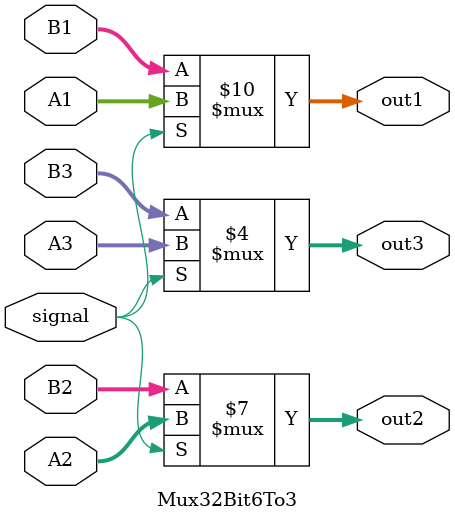
<source format=v>
`timescale 1ns / 1ps


module Mux32Bit6To3(A1, A2, A3, B1, B2, B3, out1, out2, out3, signal);

    output reg [31:0] out1, out2, out3;
    
    input [31:0] A1, A2, A3, B1, B2, B3;
    input signal;


    /* Fill in the implementation here ... */ 
    always @ (A1, A2, A3, B1, B2, B3, signal)
        begin
            if (signal == 1) begin
                out1 <= A1;
                out2 <= A2;
                out3 <= A3;
            end
            else begin
                out1 <= B1;
                out2 <= B2;
                out3 <= B3;
            end
            
    end

endmodule

</source>
